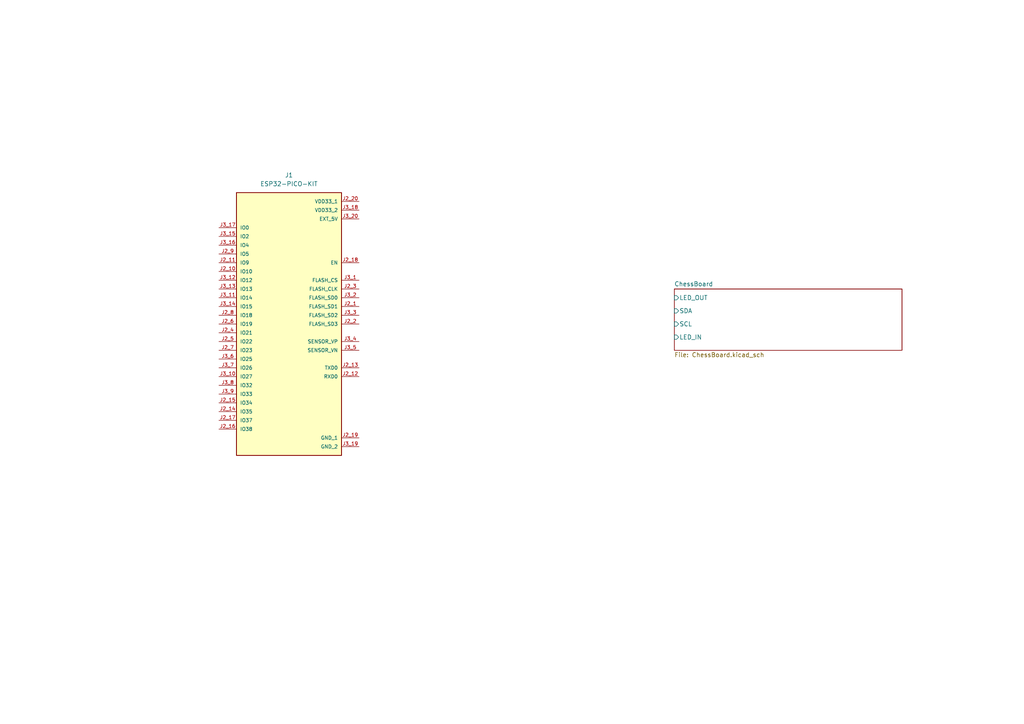
<source format=kicad_sch>
(kicad_sch (version 20230121) (generator eeschema)
  (paper "A4")
  (lib_symbols
    (symbol "esp32-pico-kit:ESP32-PICO-KIT" (pin_names (offset 1.016))
      (property "Reference" "J" (at -15.2627 39.1591 0))
      (property "Value" "ESP32-PICO-KIT" (at -15.2623 -40.6808 0))
      (symbol "ESP32-PICO-KIT_0_0"
        (rectangle (start -15.24 -38.1) (end 15.24 38.1) (stroke (width 0.254)) (fill (type background)))
        (pin bidirectional line (at 20.32 5.08 180) (length 5.08) (name "FLASH_SD1") (number "J2_1"))
        (pin bidirectional line (at -20.32 15.24 0) (length 5.08) (name "IO10") (number "J2_10"))
        (pin bidirectional line (at -20.32 17.78 0) (length 5.08) (name "IO9") (number "J2_11"))
        (pin bidirectional line (at 20.32 -15.24 180) (length 5.08) (name "RXD0") (number "J2_12"))
        (pin bidirectional line (at 20.32 -12.7 180) (length 5.08) (name "TXD0") (number "J2_13"))
        (pin input line (at -20.32 -25.4 0) (length 5.08) (name "IO35") (number "J2_14"))
        (pin input line (at -20.32 -22.86 0) (length 5.08) (name "IO34") (number "J2_15"))
        (pin input line (at -20.32 -30.48 0) (length 5.08) (name "IO38") (number "J2_16"))
        (pin input line (at -20.32 -27.94 0) (length 5.08) (name "IO37") (number "J2_17"))
        (pin input line (at 20.32 17.78 180) (length 5.08) (name "EN") (number "J2_18"))
        (pin power_in line (at 20.32 -33.02 180) (length 5.08) (name "GND_1") (number "J2_19"))
        (pin bidirectional line (at 20.32 0 180) (length 5.08) (name "FLASH_SD3") (number "J2_2"))
        (pin power_in line (at 20.32 35.56 180) (length 5.08) (name "VDD33_1") (number "J2_20"))
        (pin bidirectional line (at 20.32 10.16 180) (length 5.08) (name "FLASH_CLK") (number "J2_3"))
        (pin bidirectional line (at -20.32 -2.54 0) (length 5.08) (name "IO21") (number "J2_4"))
        (pin bidirectional line (at -20.32 -5.08 0) (length 5.08) (name "IO22") (number "J2_5"))
        (pin bidirectional line (at -20.32 0 0) (length 5.08) (name "IO19") (number "J2_6"))
        (pin bidirectional line (at -20.32 -7.62 0) (length 5.08) (name "IO23") (number "J2_7"))
        (pin bidirectional line (at -20.32 2.54 0) (length 5.08) (name "IO18") (number "J2_8"))
        (pin bidirectional line (at -20.32 20.32 0) (length 5.08) (name "IO5") (number "J2_9"))
        (pin bidirectional line (at 20.32 12.7 180) (length 5.08) (name "FLASH_CS") (number "J3_1"))
        (pin bidirectional line (at -20.32 -15.24 0) (length 5.08) (name "IO27") (number "J3_10"))
        (pin bidirectional line (at -20.32 7.62 0) (length 5.08) (name "IO14") (number "J3_11"))
        (pin bidirectional line (at -20.32 12.7 0) (length 5.08) (name "IO12") (number "J3_12"))
        (pin bidirectional line (at -20.32 10.16 0) (length 5.08) (name "IO13") (number "J3_13"))
        (pin bidirectional line (at -20.32 5.08 0) (length 5.08) (name "IO15") (number "J3_14"))
        (pin bidirectional line (at -20.32 25.4 0) (length 5.08) (name "IO2") (number "J3_15"))
        (pin bidirectional line (at -20.32 22.86 0) (length 5.08) (name "IO4") (number "J3_16"))
        (pin bidirectional line (at -20.32 27.94 0) (length 5.08) (name "IO0") (number "J3_17"))
        (pin power_in line (at 20.32 33.02 180) (length 5.08) (name "VDD33_2") (number "J3_18"))
        (pin power_in line (at 20.32 -35.56 180) (length 5.08) (name "GND_2") (number "J3_19"))
        (pin bidirectional line (at 20.32 7.62 180) (length 5.08) (name "FLASH_SD0") (number "J3_2"))
        (pin power_in line (at 20.32 30.48 180) (length 5.08) (name "EXT_5V") (number "J3_20"))
        (pin bidirectional line (at 20.32 2.54 180) (length 5.08) (name "FLASH_SD2") (number "J3_3"))
        (pin input line (at 20.32 -5.08 180) (length 5.08) (name "SENSOR_VP") (number "J3_4"))
        (pin input line (at 20.32 -7.62 180) (length 5.08) (name "SENSOR_VN") (number "J3_5"))
        (pin bidirectional line (at -20.32 -10.16 0) (length 5.08) (name "IO25") (number "J3_6"))
        (pin bidirectional line (at -20.32 -12.7 0) (length 5.08) (name "IO26") (number "J3_7"))
        (pin bidirectional line (at -20.32 -17.78 0) (length 5.08) (name "IO32") (number "J3_8"))
        (pin bidirectional line (at -20.32 -20.32 0) (length 5.08) (name "IO33") (number "J3_9"))
      )
    )
  )
  (symbol (lib_id "esp32-pico-kit:ESP32-PICO-KIT") (at 83.82 93.98 0) (unit 1)
    (property "Reference" "J1" (at 83.82 50.8 0))
    (property "Value" "ESP32-PICO-KIT" (at 83.82 53.34 0))
    (property "Footprint" "ESP32-PICO-KIT:XCVR_ESP32-PICO-KIT" (effects hide))
    (property "PARTREV" "4.1" (effects hide))
    (property "DESCRIPTION" "Esp32 Wifi Bluetooth Eval Board" (effects hide))
    (property "MANUFACTURER" "Espressif Systems" (effects hide))
  )
  (sheet (at 195.58 83.82) (size 66.04 17.78) (stroke (width 0.1524))
    (property "Sheetname" "ChessBoard" (at 195.58 83.1084 0) (effects (justify left bottom)))
    (property "Sheetfile" "ChessBoard.kicad_sch" (at 195.58 102.1846 0) (effects (justify left top)))
    (pin "LED_OUT" input (at 195.58 86.36 180))
    (pin "SDA" input (at 195.58 90.17 180))
    (pin "SCL" input (at 195.58 93.98 180))
    (pin "LED_IN" input (at 195.58 97.79 180))
  )
)
</source>
